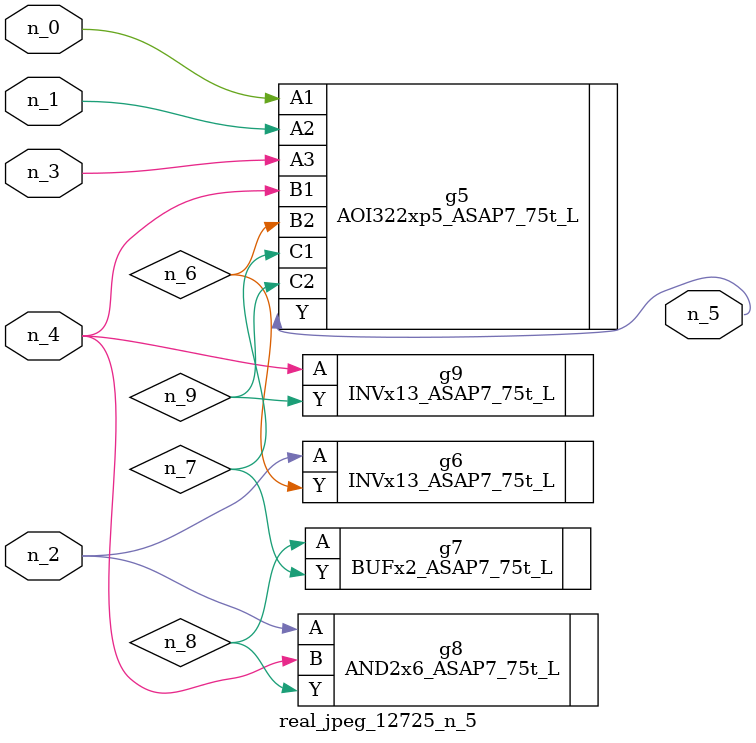
<source format=v>
module real_jpeg_12725_n_5 (n_4, n_0, n_1, n_2, n_3, n_5);

input n_4;
input n_0;
input n_1;
input n_2;
input n_3;

output n_5;

wire n_8;
wire n_6;
wire n_7;
wire n_9;

AOI322xp5_ASAP7_75t_L g5 ( 
.A1(n_0),
.A2(n_1),
.A3(n_3),
.B1(n_4),
.B2(n_6),
.C1(n_7),
.C2(n_9),
.Y(n_5)
);

INVx13_ASAP7_75t_L g6 ( 
.A(n_2),
.Y(n_6)
);

AND2x6_ASAP7_75t_L g8 ( 
.A(n_2),
.B(n_4),
.Y(n_8)
);

INVx13_ASAP7_75t_L g9 ( 
.A(n_4),
.Y(n_9)
);

BUFx2_ASAP7_75t_L g7 ( 
.A(n_8),
.Y(n_7)
);


endmodule
</source>
